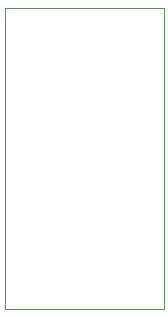
<source format=gko>
G04*
G04 #@! TF.GenerationSoftware,Altium Limited,Altium Designer,22.5.1 (42)*
G04*
G04 Layer_Color=8388736*
%FSLAX25Y25*%
%MOIN*%
G70*
G04*
G04 #@! TF.SameCoordinates,02D295DF-7AF2-41ED-923D-061E9FEF1AFC*
G04*
G04*
G04 #@! TF.FilePolarity,Positive*
G04*
G01*
G75*
%ADD13C,0.00394*%
D13*
X19685Y116142D02*
X72835D01*
X19685Y15748D02*
Y116142D01*
Y15748D02*
X72835D01*
Y116142D01*
M02*

</source>
